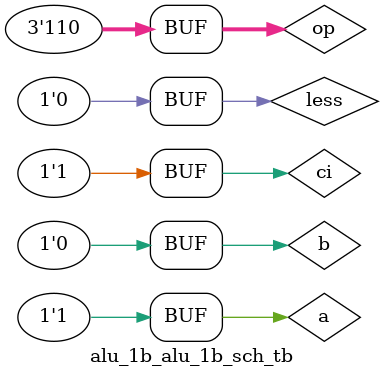
<source format=v>

`timescale 1ns / 1ps

module alu_1b_alu_1b_sch_tb();

// Inputs
	reg a;
	reg b;
	reg ci;
	reg less;
	reg [2:0] op;
	
// Output
	wire co;
	wire r;
	wire set;
	
// Bidirs

// Instantiate the UUT
   alu_1b UUT (
		.a(a),
		.b(b),
		.ci(ci),
		.op(op),
		.less(less),
		.co(co),
		.set(set),
		.r(r)
   );
// Initialize Inputs
   initial begin
		//set up
		a = 0;
		b = 0;
		ci = 0;
		op = 000;
		less = 0;
		
		#100;
		
		//test and /////////////
		
		//and 1
		#1;
		if((r == 0)) 
			$display("pass and 1");
		else
			$display("FAIL and 1");
		
		//and 2
		a = 1;
		#1;
		if((r == 0)) 
			$display("pass and 2");
		else
			$display("FAIL and 2");
			
		//and 3
		b = 1;
		#1;
		if((r == 1)) 
			$display("pass and 3");
		else
			$display("FAIL and 3");
			
		//and 4
		a = 0;
		#1;
		if((r == 0)) 
			$display("pass and 4");
		else
			$display("FAIL and 4");
			
		//test or ///////////////
		a = 0;
		b = 0;
		op = 001;
		
		//or 1
		#1;
		if((r == 0)) 
			$display("pass or 1");
		else
			$display("FAIL or 1");
			
		//or 2
		a = 1;
		#1;
		if((r == 1)) 
			$display("pass or 2");
		else
			$display("FAIL or 2");
			
		//or 3
		b = 1;
		#1;
		if((r == 1)) 
			$display("pass or 3");
		else
			$display("FAIL or 3");
			
		//or 4
		a = 0;
		#1;
		if((r == 1)) 
			$display("pass or 4");
		else
			$display("FAIL or 4");
			
		//test add ///////////////
		a = 0;
		b = 0;
		ci = 0;
		op = 010;
		
		//add 1
		#1;
		if((r == 0) && (co == 0)) 
			$display("pass add 1");
		else
			$display("FAIL add 1");
			
		//add 2
		a = 1;
		#1;
		if((r == 1) && (co == 0)) 
			$display("pass add 2");
		else
			$display("FAIL add 2");
			
		//add 3
		b = 1;
		#1;
		if((r == 0) && (co == 1)) 
			$display("pass add 3");
		else
			$display("FAIL add 3");
		
		//add 4
		ci = 1;
		#1;
		if((r == 1) && (co == 1)) 
			$display("pass add 4");
		else
			$display("FAIL add 4");
			
		//test subtract/////////////
		op = 64'b110;
		a = 64'b0;
		b = 64'b0;
		ci = 64'b0;
		
		//sub 1
		#1
		if((r == 1) && (co == 0))
			$display("pass sub 1");
		else
			$display("FAIL sub 1");
		
		//sub 2
		a = 64'b1;
		
		#1
		if((r == 0) && (co == 1))
			$display("pass sub 2");
		else
			$display("FAIL sub 2");
		
		//sub 3
		b = 64'b1;
		
		#1
		if((r == 1) && (co == 0))
			$display("pass sub 3");
		else
			$display("FAIL sub 3");
			
		//sub 4
		a = 64'b0;
		
		#1
		if((r == 0) && (co == 0))
			$display("pass sub 4");
		else
			$display("FAIL sub 4");
			
		//sub 5
		ci = 64'b1;
		
		#1
		if((r == 1) && (co == 0))
			$display("pass sub 5");
		else
			$display("FAIL sub 5");
			
		//sub 6
		b = 64'b0;
		
		#1
		if((r == 0) && (co == 1))
			$display("pass sub 6");
		else
			$display("FAIL sub 6");
			
		//sub 7
		a = 64'b1;
		
		#1
		if((r == 1) && (co == 1))
			$display("pass sub 7");
		else
			$display("FAIL sub 7");
		
	end
endmodule

</source>
